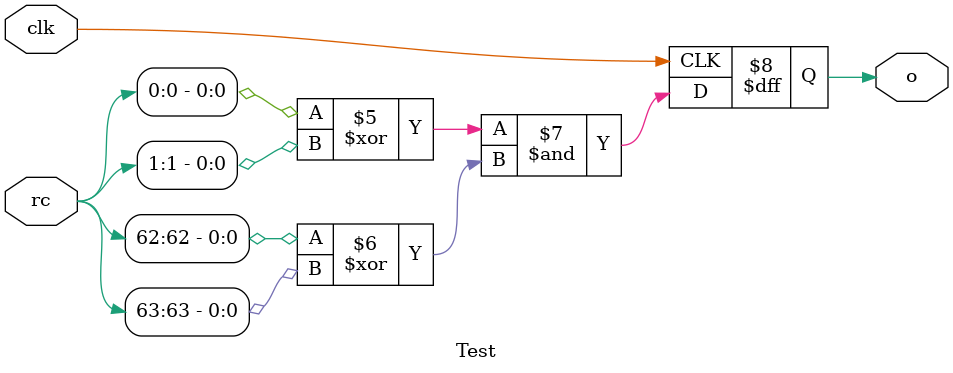
<source format=v>
module Test (
   input clk,
   input [63:0] rc,
   output reg o
);

   reg [63:0] rc_next;

   // Calculate rc_next
   always @ (posedge clk) begin
      rc_next <= {rc[62:0], rc[63] ^ rc[2] ^ rc[0]};
   end

   // Calculate o
   always @ (posedge clk) begin
      o <= (rc[0] ^ rc[1]) & (rc[62] ^ rc[63]);
   end

endmodule
</source>
